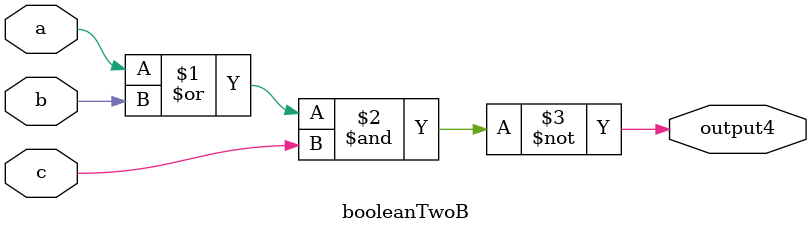
<source format=v>
`timescale 1ns / 1ps

module booleanTwoB(
    input a, b, c,
    output output4
    );
    
    assign output4 = ~((a|b)&c);
endmodule
</source>
